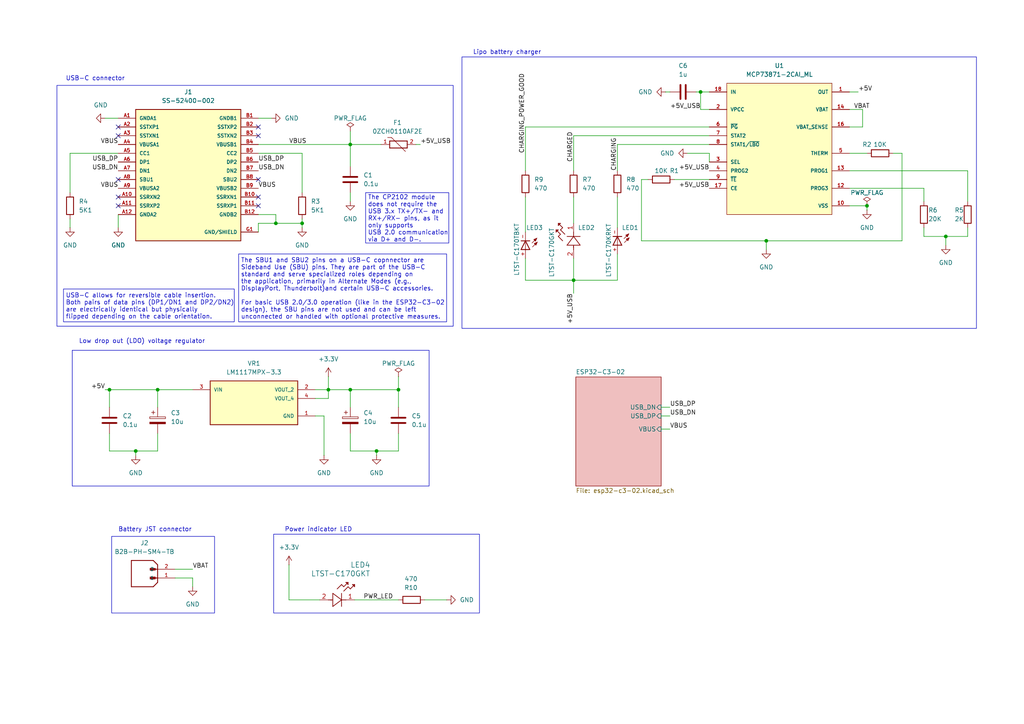
<source format=kicad_sch>
(kicad_sch (version 20250114) (generator "eeschema") (generator_version "9.0")
  (paper "A4")
  (title_block (title "ESP32  sensor board - Root") (date "2026-01-14") (rev "-") (company "Nonexistent Co."))
  (lib_symbols
    (symbol "0ZCH0110AF2E:0ZCH0110AF2E" (pin_names (offset 1.016))
      (property "Reference" "F" (at -2.54 2.54 0))
      (property "Value" "0ZCH0110AF2E" (at -2.54 -5.08 0))
      (symbol "0ZCH0110AF2E_0_0"
        (polyline (pts (xy -2.54 1.016) (xy 2.54 1.016)) (stroke (width 0.254)))
        (polyline (pts (xy -2.54 -1.016) (xy -2.54 1.016)) (stroke (width 0.254)))
        (polyline (pts (xy 2.032 -2.032) (xy -2.032 2.032)) (stroke (width 0.1524)))
        (polyline (pts (xy 2.54 1.016) (xy 2.54 -1.016)) (stroke (width 0.254)))
        (polyline (pts (xy 2.54 -1.016) (xy -2.54 -1.016)) (stroke (width 0.254)))
        (polyline (pts (xy 3.1496 -2.032) (xy 2.032 -2.032)) (stroke (width 0.1524)))
        (pin passive line (at -5.08 0 0) (length 2.54) (name "~") (number "2"))
        (pin passive line (at 5.08 0 180) (length 2.54) (name "~") (number "1"))
      )
    )
    (symbol "B2B-PH-SM4-TB:B2B-PH-SM4-TB" (pin_names (offset 1.016))
      (property "Reference" "J" (at 0 6.35 0))
      (property "Value" "B2B-PH-SM4-TB" (at 0 -5.08 0))
      (symbol "B2B-PH-SM4-TB_0_0"
        (polyline (pts (xy 0 3.81) (xy 0 2.54)) (stroke (width 0.254)))
        (polyline (pts (xy 0 3.81) (xy 1.27 5.08)) (stroke (width 0.254)))
        (polyline (pts (xy 0 2.54) (xy 0 -1.27)) (stroke (width 0.254)))
        (polyline (pts (xy 0 2.54) (xy 1.905 2.54)) (stroke (width 0.254)))
        (polyline (pts (xy 0 0) (xy 1.905 0)) (stroke (width 0.254)))
        (polyline (pts (xy 0 -1.27) (xy 1.27 -2.54)) (stroke (width 0.254)))
        (rectangle (start 0.635 2.2225) (end 2.2225 2.8575) (stroke (width 0.1)) (fill (type outline)))
        (rectangle (start 0.635 -0.3175) (end 2.2225 0.3175) (stroke (width 0.1)) (fill (type outline)))
        (polyline (pts (xy 1.27 -2.54) (xy 7.62 -2.54)) (stroke (width 0.254)))
        (polyline (pts (xy 7.62 5.08) (xy 1.27 5.08)) (stroke (width 0.254)))
        (polyline (pts (xy 7.62 -2.54) (xy 7.62 5.08)) (stroke (width 0.254)))
        (pin passive line (at -5.08 2.54 0) (length 5.08) (name "1") (number "1"))
        (pin passive line (at -5.08 0 0) (length 5.08) (name "2") (number "2"))
      )
    )
    (symbol "Device:C" (pin_numbers (hide yes)) (pin_names (offset 0.254))
      (property "Reference" "C" (at 0.635 2.54 0))
      (property "Value" "C" (at 0.635 -2.54 0))
      (symbol "C_0_1"
        (polyline (pts (xy -2.032 0.762) (xy 2.032 0.762)) (stroke (width 0.508)))
        (polyline (pts (xy -2.032 -0.762) (xy 2.032 -0.762)) (stroke (width 0.508)))
      )
      (symbol "C_1_1"
        (pin passive line (at 0 3.81 270) (length 2.794) (name "~") (number "1"))
        (pin passive line (at 0 -3.81 90) (length 2.794) (name "~") (number "2"))
      )
    )
    (symbol "Device:C_Polarized" (pin_numbers (hide yes)) (pin_names (offset 0.254))
      (property "Reference" "C" (at 0.635 2.54 0))
      (property "Value" "C_Polarized" (at 0.635 -2.54 0))
      (symbol "C_Polarized_0_1"
        (rectangle (start -2.286 0.508) (end 2.286 1.016))
        (polyline (pts (xy -1.778 2.286) (xy -0.762 2.286)))
        (polyline (pts (xy -1.27 2.794) (xy -1.27 1.778)))
        (rectangle (start 2.286 -0.508) (end -2.286 -1.016) (fill (type outline)))
      )
      (symbol "C_Polarized_1_1"
        (pin passive line (at 0 3.81 270) (length 2.794) (name "~") (number "1"))
        (pin passive line (at 0 -3.81 90) (length 2.794) (name "~") (number "2"))
      )
    )
    (symbol "Device:R" (pin_numbers (hide yes)) (pin_names (offset 0))
      (property "Reference" "R" (at 2.032 0 90))
      (property "Value" "R" (at 0 0 90))
      (symbol "R_0_1"
        (rectangle (start -1.016 -2.54) (end 1.016 2.54) (stroke (width 0.254)))
      )
      (symbol "R_1_1"
        (pin passive line (at 0 3.81 270) (length 1.27) (name "~") (number "1"))
        (pin passive line (at 0 -3.81 90) (length 1.27) (name "~") (number "2"))
      )
    )
    (symbol "LM1117MPX-3.3:LM1117MPX-3.3" (pin_names (offset 1.016))
      (property "Reference" "VR1" (at 0 10.16 0))
      (property "Value" "LM1117MPX-3.3" (at 0 7.62 0))
      (symbol "LM1117MPX-3.3_0_0"
        (rectangle (start -12.7 -7.62) (end 12.7 5.08) (stroke (width 0.254)) (fill (type background)))
        (pin input line (at -17.78 2.54 0) (length 5.08) (name "VIN") (number "3"))
        (pin power_in line (at 17.78 -5.08 180) (length 5.08) (name "GND") (number "1"))
      )
      (symbol "LM1117MPX-3.3_1_0"
        (pin input line (at 17.78 2.54 180) (length 5.08) (name "VOUT_2") (number "2"))
        (pin input line (at 17.78 0 180) (length 5.08) (name "VOUT_4") (number "4"))
      )
    )
    (symbol "LTST-C170GKT:LTST-C170GKT" (pin_names (offset 0.254))
      (property "Reference" "LED" (at 5.08 -4.445 0))
      (property "Value" "LTST-C170GKT" (at 5.08 -7.62 0))
      (symbol "LTST-C170GKT_1_1"
        (polyline (pts (xy 2.54 0) (xy 3.4798 0)) (stroke (width 0.2032)))
        (polyline (pts (xy 3.175 0) (xy 3.81 0)) (stroke (width 0.2032)))
        (polyline (pts (xy 3.81 1.905) (xy 3.81 -1.905)) (stroke (width 0.2032)))
        (polyline (pts (xy 3.81 -1.905) (xy 6.35 0)) (stroke (width 0.2032)))
        (polyline (pts (xy 5.08 3.175) (xy 6.35 4.445)) (stroke (width 0.2032)))
        (polyline (pts (xy 6.35 4.445) (xy 6.985 3.81)) (stroke (width 0.2032)))
        (polyline (pts (xy 6.35 0) (xy 3.81 1.905)) (stroke (width 0.2032)))
        (polyline (pts (xy 6.35 0) (xy 7.62 0)) (stroke (width 0.2032)))
        (polyline (pts (xy 6.35 -1.905) (xy 6.35 1.905)) (stroke (width 0.2032)))
        (polyline (pts (xy 6.985 3.81) (xy 8.255 5.08)) (stroke (width 0.2032)))
        (polyline (pts (xy 6.985 2.54) (xy 8.255 3.81)) (stroke (width 0.2032)))
        (polyline (pts (xy 7.62 5.08) (xy 8.255 4.445)) (stroke (width 0.2032)))
        (polyline (pts (xy 8.255 5.08) (xy 7.62 5.08)) (stroke (width 0.2032)))
        (polyline (pts (xy 8.255 4.445) (xy 8.255 5.08)) (stroke (width 0.2032)))
        (polyline (pts (xy 8.255 3.81) (xy 8.89 3.175)) (stroke (width 0.2032)))
        (polyline (pts (xy 8.89 3.175) (xy 10.16 4.445)) (stroke (width 0.2032)))
        (polyline (pts (xy 9.525 4.445) (xy 10.16 3.81)) (stroke (width 0.2032)))
        (polyline (pts (xy 10.16 4.445) (xy 9.525 4.445)) (stroke (width 0.2032)))
        (polyline (pts (xy 10.16 3.81) (xy 10.16 4.445)) (stroke (width 0.2032)))
        (pin unspecified line (at 0 0 0) (length 2.54) (name "") (number "2"))
        (pin unspecified line (at 10.16 0 180) (length 2.54) (name "") (number "1"))
      )
      (symbol "LTST-C170GKT_1_2"
        (polyline (pts (xy -5.08 8.255) (xy -5.08 7.62)) (stroke (width 0.2032)))
        (polyline (pts (xy -5.08 7.62) (xy -4.445 8.255)) (stroke (width 0.2032)))
        (polyline (pts (xy -4.445 10.16) (xy -4.445 9.525)) (stroke (width 0.2032)))
        (polyline (pts (xy -4.445 9.525) (xy -3.81 10.16)) (stroke (width 0.2032)))
        (polyline (pts (xy -4.445 8.255) (xy -5.08 8.255)) (stroke (width 0.2032)))
        (polyline (pts (xy -4.445 6.35) (xy -3.81 6.985)) (stroke (width 0.2032)))
        (polyline (pts (xy -3.81 10.16) (xy -4.445 10.16)) (stroke (width 0.2032)))
        (polyline (pts (xy -3.81 8.255) (xy -3.175 8.89)) (stroke (width 0.2032)))
        (polyline (pts (xy -3.81 6.985) (xy -5.08 8.255)) (stroke (width 0.2032)))
        (polyline (pts (xy -3.175 8.89) (xy -4.445 10.16)) (stroke (width 0.2032)))
        (polyline (pts (xy -3.175 5.08) (xy -4.445 6.35)) (stroke (width 0.2032)))
        (polyline (pts (xy -2.54 6.985) (xy -3.81 8.255)) (stroke (width 0.2032)))
        (polyline (pts (xy -1.905 3.81) (xy 1.905 3.81)) (stroke (width 0.2032)))
        (polyline (pts (xy 0 6.35) (xy -1.905 3.81)) (stroke (width 0.2032)))
        (polyline (pts (xy 0 6.35) (xy 0 7.62)) (stroke (width 0.2032)))
        (polyline (pts (xy 0 3.175) (xy 0 3.81)) (stroke (width 0.2032)))
        (polyline (pts (xy 0 2.54) (xy 0 3.4798)) (stroke (width 0.2032)))
        (polyline (pts (xy 1.905 6.35) (xy -1.905 6.35)) (stroke (width 0.2032)))
        (polyline (pts (xy 1.905 3.81) (xy 0 6.35)) (stroke (width 0.2032)))
        (pin unspecified line (at 0 10.16 270) (length 2.54) (name "") (number "1"))
        (pin unspecified line (at 0 0 90) (length 2.54) (name "") (number "2"))
      )
    )
    (symbol "LTST-C170KRKT:LTST-C170KRKT" (pin_names (offset 1.016))
      (property "Reference" "D" (at -2.0343 4.0686 0))
      (property "Value" "LTST-C170KRKT" (at -2.0325 -5.7164 0))
      (symbol "LTST-C170KRKT_0_0"
        (polyline (pts (xy -0.762 3.302) (xy 0.127 2.921) (xy -0.381 2.413) (xy -0.762 3.302)) (stroke (width 0.1524)) (fill (type outline)))
        (polyline (pts (xy 0 0) (xy 0 1.27)) (stroke (width 0.254)))
        (polyline (pts (xy 0 0) (xy 2.54 1.27)) (stroke (width 0.254)))
        (polyline (pts (xy 0 -1.27) (xy 0 0)) (stroke (width 0.254)))
        (polyline (pts (xy 0.381 3.429) (xy 1.27 3.048) (xy 0.762 2.54) (xy 0.381 3.429)) (stroke (width 0.1524)) (fill (type outline)))
        (polyline (pts (xy 0.635 1.905) (xy -0.762 3.302)) (stroke (width 0.1524)))
        (polyline (pts (xy 1.778 2.032) (xy 0.381 3.429)) (stroke (width 0.1524)))
        (polyline (pts (xy 2.54 0) (xy 0 0)) (stroke (width 0.1524)))
        (polyline (pts (xy 2.54 0) (xy 2.54 1.27)) (stroke (width 0.254)))
        (polyline (pts (xy 2.54 -1.27) (xy 0 0)) (stroke (width 0.254)))
        (polyline (pts (xy 2.54 -1.27) (xy 2.54 0)) (stroke (width 0.254)))
        (pin passive line (at -2.54 0 0) (length 2.54) (name "~") (number "-"))
        (pin passive line (at 5.08 0 180) (length 2.54) (name "~") (number "+"))
      )
    )
    (symbol "LTST-C170TBKT:LTST-C170TBKT" (pin_names (offset 1.016))
      (property "Reference" "D" (at -2.0354 4.0708 0))
      (property "Value" "LTST-C170TBKT" (at -2.0343 -5.7214 0))
      (symbol "LTST-C170TBKT_0_0"
        (polyline (pts (xy -0.762 3.302) (xy 0.127 2.921) (xy -0.381 2.413) (xy -0.762 3.302)) (stroke (width 0.1524)) (fill (type outline)))
        (polyline (pts (xy 0 0) (xy 0 1.27)) (stroke (width 0.254)))
        (polyline (pts (xy 0 0) (xy 2.54 1.27)) (stroke (width 0.254)))
        (polyline (pts (xy 0 -1.27) (xy 0 0)) (stroke (width 0.254)))
        (polyline (pts (xy 0.381 3.429) (xy 1.27 3.048) (xy 0.762 2.54) (xy 0.381 3.429)) (stroke (width 0.1524)) (fill (type outline)))
        (polyline (pts (xy 0.635 1.905) (xy -0.762 3.302)) (stroke (width 0.1524)))
        (polyline (pts (xy 1.778 2.032) (xy 0.381 3.429)) (stroke (width 0.1524)))
        (polyline (pts (xy 2.54 0) (xy 0 0)) (stroke (width 0.1524)))
        (polyline (pts (xy 2.54 0) (xy 2.54 1.27)) (stroke (width 0.254)))
        (polyline (pts (xy 2.54 -1.27) (xy 0 0)) (stroke (width 0.254)))
        (polyline (pts (xy 2.54 -1.27) (xy 2.54 0)) (stroke (width 0.254)))
        (pin passive line (at -2.54 0 0) (length 2.54) (name "~") (number "-"))
        (pin passive line (at 5.08 0 180) (length 2.54) (name "~") (number "+"))
      )
    )
    (symbol "MCP73871-2CAI_ML:MCP73871-2CAI_ML" (pin_names (offset 1.016))
      (property "Reference" "U" (at -15.1679 18.5478 0))
      (property "Value" "MCP73871-2CAI_ML" (at -15.3387 -22.9156 0))
      (symbol "MCP73871-2CAI_ML_0_0"
        (rectangle (start -15.24 -20.32) (end 15.24 17.78) (stroke (width 0.1524)) (fill (type background)))
        (pin input line (at -20.32 15.24 0) (length 5.08) (name "IN") (number "18"))
        (pin input line (at -20.32 15.24 0) (length 5.08) (hide yes) (name "IN") (number "19"))
        (pin input line (at -20.32 10.16 0) (length 5.08) (name "VPCC") (number "2"))
        (pin output line (at -20.32 5.08 0) (length 5.08) (name "~{PG}") (number "6"))
        (pin output line (at -20.32 2.54 0) (length 5.08) (name "STAT2") (number "7"))
        (pin output line (at -20.32 0 0) (length 5.08) (name "STAT1/~{LBO}") (number "8"))
        (pin input line (at -20.32 -5.08 0) (length 5.08) (name "SEL") (number "3"))
        (pin input line (at -20.32 -7.62 0) (length 5.08) (name "PROG2") (number "4"))
        (pin input line (at -20.32 -10.16 0) (length 5.08) (name "~{TE}") (number "9"))
        (pin input line (at -20.32 -12.7 0) (length 5.08) (name "CE") (number "17"))
        (pin output line (at 20.32 15.24 180) (length 5.08) (name "OUT") (number "1"))
        (pin output line (at 20.32 15.24 180) (length 5.08) (hide yes) (name "OUT") (number "20"))
        (pin bidirectional line (at 20.32 10.16 180) (length 5.08) (name "VBAT") (number "14"))
        (pin bidirectional line (at 20.32 10.16 180) (length 5.08) (hide yes) (name "VBAT") (number "15"))
        (pin bidirectional line (at 20.32 5.08 180) (length 5.08) (name "VBAT_SENSE") (number "16"))
        (pin bidirectional line (at 20.32 -2.54 180) (length 5.08) (name "THERM") (number "5"))
        (pin bidirectional line (at 20.32 -7.62 180) (length 5.08) (name "PROG1") (number "13"))
        (pin bidirectional line (at 20.32 -12.7 180) (length 5.08) (name "PROG3") (number "12"))
        (pin power_in line (at 20.32 -17.78 180) (length 5.08) (name "VSS") (number "10"))
        (pin power_in line (at 20.32 -17.78 180) (length 5.08) (hide yes) (name "VSS") (number "11"))
        (pin power_in line (at 20.32 -17.78 180) (length 5.08) (hide yes) (name "VSS") (number "21"))
      )
    )
    (symbol "SS-52400-002:SS-52400-002" (pin_names (offset 1.016))
      (property "Reference" "J" (at -15.24 19.05 0))
      (property "Value" "SS-52400-002" (at -15.24 -22.86 0))
      (symbol "SS-52400-002_0_0"
        (rectangle (start -15.24 -20.32) (end 15.24 17.78) (stroke (width 0.254)) (fill (type background)))
        (pin power_in line (at -20.32 15.24 0) (length 5.08) (name "GNDA1") (number "A1"))
        (pin bidirectional line (at -20.32 12.7 0) (length 5.08) (name "SSTXP1") (number "A2"))
        (pin bidirectional line (at -20.32 10.16 0) (length 5.08) (name "SSTXN1") (number "A3"))
        (pin power_in line (at -20.32 7.62 0) (length 5.08) (name "VBUSA1") (number "A4"))
        (pin bidirectional line (at -20.32 5.08 0) (length 5.08) (name "CC1") (number "A5"))
        (pin bidirectional line (at -20.32 2.54 0) (length 5.08) (name "DP1") (number "A6"))
        (pin bidirectional line (at -20.32 0 0) (length 5.08) (name "DN1") (number "A7"))
        (pin bidirectional line (at -20.32 -2.54 0) (length 5.08) (name "SBU1") (number "A8"))
        (pin power_in line (at -20.32 -5.08 0) (length 5.08) (name "VBUSA2") (number "A9"))
        (pin bidirectional line (at -20.32 -7.62 0) (length 5.08) (name "SSRXN2") (number "A10"))
        (pin bidirectional line (at -20.32 -10.16 0) (length 5.08) (name "SSRXP2") (number "A11"))
        (pin power_in line (at -20.32 -12.7 0) (length 5.08) (name "GNDA2") (number "A12"))
        (pin power_in line (at 20.32 15.24 180) (length 5.08) (name "GNDB1") (number "B1"))
        (pin bidirectional line (at 20.32 12.7 180) (length 5.08) (name "SSTXP2") (number "B2"))
        (pin bidirectional line (at 20.32 10.16 180) (length 5.08) (name "SSTXN2") (number "B3"))
        (pin power_in line (at 20.32 7.62 180) (length 5.08) (name "VBUSB1") (number "B4"))
        (pin bidirectional line (at 20.32 5.08 180) (length 5.08) (name "CC2") (number "B5"))
        (pin bidirectional line (at 20.32 2.54 180) (length 5.08) (name "DP2") (number "B6"))
        (pin bidirectional line (at 20.32 0 180) (length 5.08) (name "DN2") (number "B7"))
        (pin bidirectional line (at 20.32 -2.54 180) (length 5.08) (name "SBU2") (number "B8"))
        (pin power_in line (at 20.32 -5.08 180) (length 5.08) (name "VBUSB2") (number "B9"))
        (pin bidirectional line (at 20.32 -7.62 180) (length 5.08) (name "SSRXN1") (number "B10"))
        (pin bidirectional line (at 20.32 -10.16 180) (length 5.08) (name "SSRXP1") (number "B11"))
        (pin power_in line (at 20.32 -12.7 180) (length 5.08) (name "GNDB2") (number "B12"))
        (pin power_in line (at 20.32 -17.78 180) (length 5.08) (name "GND/SHIELD") (number "G1"))
        (pin power_in line (at 20.32 -17.78 180) (length 5.08) (hide yes) (name "GND/SHIELD") (number "G2"))
        (pin power_in line (at 20.32 -17.78 180) (length 5.08) (hide yes) (name "GND/SHIELD") (number "G3"))
        (pin power_in line (at 20.32 -17.78 180) (length 5.08) (hide yes) (name "GND/SHIELD") (number "G4"))
        (pin power_in line (at 20.32 -17.78 180) (length 5.08) (hide yes) (name "GND/SHIELD") (number "S1"))
        (pin power_in line (at 20.32 -17.78 180) (length 5.08) (hide yes) (name "GND/SHIELD") (number "S2"))
        (pin power_in line (at 20.32 -17.78 180) (length 5.08) (hide yes) (name "GND/SHIELD") (number "S3"))
        (pin power_in line (at 20.32 -17.78 180) (length 5.08) (hide yes) (name "GND/SHIELD") (number "S4"))
      )
    )
    (symbol "power:+3.3V" (power) (pin_numbers (hide yes)) (pin_names (offset 0) (hide yes))
      (property "Value" "+3.3V" (at 0 3.556 0))
      (symbol "+3.3V_0_1"
        (polyline (pts (xy -0.762 1.27) (xy 0 2.54)))
        (polyline (pts (xy 0 2.54) (xy 0.762 1.27)))
        (polyline (pts (xy 0 0) (xy 0 2.54)))
      )
      (symbol "+3.3V_1_1"
        (pin power_in line (at 0 0 90) (length 0) (name "~") (number "1"))
      )
    )
    (symbol "power:GND" (power) (pin_numbers (hide yes)) (pin_names (offset 0) (hide yes))
      (property "Value" "GND" (at 0 -3.81 0))
      (symbol "GND_0_1"
        (polyline (pts (xy 0 0) (xy 0 -1.27) (xy 1.27 -1.27) (xy 0 -2.54) (xy -1.27 -1.27) (xy 0 -1.27)))
      )
      (symbol "GND_1_1"
        (pin power_in line (at 0 0 270) (length 0) (name "~") (number "1"))
      )
    )
    (symbol "power:PWR_FLAG" (power) (pin_numbers (hide yes)) (pin_names (offset 0) (hide yes))
      (property "Value" "PWR_FLAG" (at 0 3.81 0))
      (symbol "PWR_FLAG_0_0"
        (pin power_out line (at 0 0 90) (length 0) (name "~") (number "1"))
      )
      (symbol "PWR_FLAG_0_1"
        (polyline (pts (xy 0 0) (xy 0 1.27) (xy -1.016 1.905) (xy 0 2.54) (xy 1.016 1.905) (xy 0 1.27)))
      )
    )
  )
  (rectangle (start 106.045 55.88) (end 130.175 70.485))
  (rectangle (start 18.415 83.82) (end 67.945 93.345))
  (rectangle (start 32.385 155.575) (end 62.23 177.8))
  (rectangle (start 20.955 101.6) (end 124.46 140.97))
  (rectangle (start 133.985 16.51) (end 283.21 95.25))
  (rectangle (start 69.215 73.66) (end 129.54 93.345))
  (rectangle (start 16.51 24.765) (end 131.445 94.615))
  (rectangle (start 79.375 154.94) (end 139.065 177.8))
  (text "Battery JST connector" (at 34.29 153.67 0) (effects (font (size 1.27 1.27)) (justify left)))
  (text "Lipo battery charger" (at 137.16 15.24 0) (effects (font (size 1.27 1.27)) (justify left)))
  (text "The CP2102 module \ndoes not require the \nUSB 3.x TX+/TX- and \nRX+/RX- pins, as it\nonly supports \nUSB 2.0 communication\nvia D+ and D-." (at 106.68 63.5 0) (effects (font (size 1.27 1.27)) (justify left)))
  (text "Low drop out (LDO) voltage regulator" (at 22.86 99.06 0) (effects (font (size 1.27 1.27)) (justify left)))
  (text "The SBU1 and SBU2 pins on a USB-C copnnector are \nSideband Use (SBU) pins. They are part of the USB-C\nstandard and serve specialized roles depending on \nthe application, primarily in Alternate Modes (e.g.,\nDisplayPort, Thunderbolt)and certain USB-C accessories.\n\nFor basic USB 2.0/3.0 operation (like in the ESP32-C3-02\ndesign), the SBU pins are not used and can be left \nunconnected or handled with optional protective measures." (at 69.85 83.82 0) (effects (font (size 1.27 1.27)) (justify left)))
  (text "USB-C connector" (at 19.05 22.86 0) (effects (font (size 1.27 1.27)) (justify left)))
  (text "Power indicator LED" (at 82.55 153.67 0) (effects (font (size 1.27 1.27)) (justify left)))
  (text "USB-C allows for reversible cable insertion. \nBoth pairs of data pins (DP1/DN1 and DP2/DN2) \nare electrically identical but physically \nflipped depending on the cable orientation." (at 19.05 88.9 0) (effects (font (size 1.27 1.27)) (justify left)))
  (junction (at 274.32 68.58))
  (junction (at 115.57 113.03))
  (junction (at 101.6 113.03))
  (junction (at 203.2 26.67))
  (junction (at 39.37 130.81))
  (junction (at 80.01 64.77))
  (junction (at 109.22 130.81))
  (junction (at 101.6 41.91))
  (junction (at 222.25 69.85))
  (junction (at 87.63 64.77))
  (junction (at 166.37 81.28))
  (junction (at 95.25 113.03))
  (junction (at 251.46 59.69))
  (junction (at 31.75 113.03))
  (junction (at 45.72 113.03))
  (no_connect (at 74.93 52.07))
  (no_connect (at 74.93 39.37))
  (no_connect (at 34.29 36.83))
  (no_connect (at 34.29 39.37))
  (no_connect (at 34.29 59.69))
  (no_connect (at 74.93 36.83))
  (no_connect (at 74.93 57.15))
  (no_connect (at 34.29 57.15))
  (no_connect (at 34.29 52.07))
  (no_connect (at 74.93 59.69))
  (wire (pts (xy 246.38 31.75) (xy 250.19 31.75)))
  (wire (pts (xy 152.4 57.15) (xy 152.4 67.31)))
  (wire (pts (xy 246.38 26.67) (xy 248.92 26.67)))
  (wire (pts (xy 45.72 113.03) (xy 31.75 113.03)))
  (wire (pts (xy 91.44 115.57) (xy 95.25 115.57)))
  (wire (pts (xy 251.46 59.69) (xy 246.38 59.69)))
  (wire (pts (xy 31.75 125.73) (xy 31.75 130.81)))
  (wire (pts (xy 109.22 132.08) (xy 109.22 130.81)))
  (wire (pts (xy 80.01 62.23) (xy 74.93 62.23)))
  (wire (pts (xy 205.74 46.99) (xy 205.74 44.45)))
  (wire (pts (xy 115.57 125.73) (xy 115.57 130.81)))
  (wire (pts (xy 95.25 109.22) (xy 95.25 113.03)))
  (wire (pts (xy 166.37 49.53) (xy 166.37 39.37)))
  (wire (pts (xy 193.04 26.67) (xy 194.31 26.67)))
  (wire (pts (xy 166.37 81.28) (xy 179.07 81.28)))
  (wire (pts (xy 152.4 81.28) (xy 166.37 81.28)))
  (wire (pts (xy 274.32 71.12) (xy 274.32 68.58)))
  (wire (pts (xy 91.44 113.03) (xy 95.25 113.03)))
  (wire (pts (xy 152.4 36.83) (xy 205.74 36.83)))
  (wire (pts (xy 246.38 54.61) (xy 267.97 54.61)))
  (wire (pts (xy 191.77 124.46) (xy 194.31 124.46)))
  (wire (pts (xy 115.57 118.11) (xy 115.57 113.03)))
  (wire (pts (xy 191.77 118.11) (xy 194.31 118.11)))
  (wire (pts (xy 259.08 44.45) (xy 261.62 44.45)))
  (wire (pts (xy 74.93 64.77) (xy 80.01 64.77)))
  (wire (pts (xy 267.97 68.58) (xy 267.97 66.04)))
  (wire (pts (xy 115.57 130.81) (xy 109.22 130.81)))
  (wire (pts (xy 267.97 68.58) (xy 274.32 68.58)))
  (wire (pts (xy 55.88 167.64) (xy 50.8 167.64)))
  (wire (pts (xy 55.88 170.18) (xy 55.88 167.64)))
  (wire (pts (xy 20.32 44.45) (xy 34.29 44.45)))
  (wire (pts (xy 205.74 44.45) (xy 199.39 44.45)))
  (wire (pts (xy 186.055 52.07) (xy 187.96 52.07)))
  (wire (pts (xy 74.93 34.29) (xy 78.74 34.29)))
  (wire (pts (xy 251.46 60.96) (xy 251.46 59.69)))
  (wire (pts (xy 120.65 41.91) (xy 121.92 41.91)))
  (wire (pts (xy 101.6 38.1) (xy 101.6 41.91)))
  (wire (pts (xy 93.98 132.08) (xy 93.98 120.65)))
  (wire (pts (xy 101.6 130.81) (xy 109.22 130.81)))
  (wire (pts (xy 179.07 73.66) (xy 179.07 81.28)))
  (wire (pts (xy 95.25 115.57) (xy 95.25 113.03)))
  (wire (pts (xy 30.48 34.29) (xy 34.29 34.29)))
  (wire (pts (xy 179.07 57.15) (xy 179.07 66.04)))
  (wire (pts (xy 101.6 113.03) (xy 115.57 113.03)))
  (wire (pts (xy 87.63 55.88) (xy 87.63 44.45)))
  (wire (pts (xy 55.88 113.03) (xy 45.72 113.03)))
  (wire (pts (xy 83.82 163.83) (xy 83.82 173.99)))
  (wire (pts (xy 101.6 118.11) (xy 101.6 113.03)))
  (wire (pts (xy 31.75 113.03) (xy 31.75 118.11)))
  (wire (pts (xy 186.055 69.85) (xy 186.055 52.07)))
  (wire (pts (xy 83.82 173.99) (xy 92.71 173.99)))
  (wire (pts (xy 261.62 44.45) (xy 261.62 69.85)))
  (wire (pts (xy 205.74 31.75) (xy 203.2 31.75)))
  (wire (pts (xy 280.67 49.53) (xy 246.38 49.53)))
  (wire (pts (xy 87.63 64.77) (xy 87.63 63.5)))
  (wire (pts (xy 123.19 173.99) (xy 129.54 173.99)))
  (wire (pts (xy 267.97 58.42) (xy 267.97 54.61)))
  (wire (pts (xy 222.25 69.85) (xy 186.055 69.85)))
  (wire (pts (xy 45.72 130.81) (xy 39.37 130.81)))
  (wire (pts (xy 195.58 52.07) (xy 205.74 52.07)))
  (wire (pts (xy 45.72 125.73) (xy 45.72 130.81)))
  (wire (pts (xy 274.32 68.58) (xy 280.67 68.58)))
  (wire (pts (xy 222.25 72.39) (xy 222.25 69.85)))
  (wire (pts (xy 102.87 173.99) (xy 115.57 173.99)))
  (wire (pts (xy 101.6 41.91) (xy 101.6 48.26)))
  (wire (pts (xy 152.4 81.28) (xy 152.4 74.93)))
  (wire (pts (xy 246.38 44.45) (xy 251.46 44.45)))
  (wire (pts (xy 101.6 113.03) (xy 95.25 113.03)))
  (wire (pts (xy 20.32 55.88) (xy 20.32 44.45)))
  (wire (pts (xy 250.19 31.75) (xy 250.19 36.83)))
  (wire (pts (xy 74.93 41.91) (xy 101.6 41.91)))
  (wire (pts (xy 179.07 49.53) (xy 179.07 41.91)))
  (wire (pts (xy 45.72 113.03) (xy 45.72 118.11)))
  (wire (pts (xy 39.37 132.08) (xy 39.37 130.81)))
  (wire (pts (xy 203.2 26.67) (xy 205.74 26.67)))
  (wire (pts (xy 80.01 62.23) (xy 80.01 64.77)))
  (wire (pts (xy 166.37 39.37) (xy 205.74 39.37)))
  (wire (pts (xy 191.77 120.65) (xy 194.31 120.65)))
  (wire (pts (xy 166.37 74.93) (xy 166.37 81.28)))
  (wire (pts (xy 87.63 44.45) (xy 74.93 44.45)))
  (wire (pts (xy 50.8 165.1) (xy 55.88 165.1)))
  (wire (pts (xy 34.29 62.23) (xy 34.29 66.04)))
  (wire (pts (xy 250.19 36.83) (xy 246.38 36.83)))
  (wire (pts (xy 101.6 41.91) (xy 110.49 41.91)))
  (wire (pts (xy 93.98 120.65) (xy 91.44 120.65)))
  (wire (pts (xy 203.2 31.75) (xy 203.2 26.67)))
  (wire (pts (xy 101.6 55.88) (xy 101.6 58.42)))
  (wire (pts (xy 115.57 109.22) (xy 115.57 113.03)))
  (wire (pts (xy 101.6 125.73) (xy 101.6 130.81)))
  (wire (pts (xy 152.4 36.83) (xy 152.4 49.53)))
  (wire (pts (xy 80.01 64.77) (xy 87.63 64.77)))
  (wire (pts (xy 280.67 68.58) (xy 280.67 66.04)))
  (wire (pts (xy 179.07 41.91) (xy 205.74 41.91)))
  (wire (pts (xy 30.48 113.03) (xy 31.75 113.03)))
  (wire (pts (xy 87.63 66.04) (xy 87.63 64.77)))
  (wire (pts (xy 20.32 66.04) (xy 20.32 63.5)))
  (wire (pts (xy 74.93 67.31) (xy 74.93 64.77)))
  (wire (pts (xy 261.62 69.85) (xy 222.25 69.85)))
  (wire (pts (xy 201.93 26.67) (xy 203.2 26.67)))
  (wire (pts (xy 166.37 81.28) (xy 166.37 85.09)))
  (wire (pts (xy 280.67 58.42) (xy 280.67 49.53)))
  (wire (pts (xy 166.37 57.15) (xy 166.37 64.77)))
  (wire (pts (xy 31.75 130.81) (xy 39.37 130.81)))
  (label "VBUS" (at 83.82 41.91 0))
  (label "+5V_USB" (at 121.92 41.91 0))
  (label "VBUS" (at 34.29 54.61 180))
  (label "USB_DP" (at 194.31 118.11 0))
  (label "USB_DN" (at 194.31 120.65 0))
  (label "VBUS" (at 194.31 124.46 0))
  (label "CHARGING" (at 179.07 49.53 90))
  (label "+5V" (at 30.48 113.03 180))
  (label "+5V_USB" (at 203.2 31.75 180))
  (label "VBAT" (at 55.88 165.1 0))
  (label "USB_DN" (at 74.93 49.53 0))
  (label "VBAT" (at 247.65 31.75 0))
  (label "+5V_USB" (at 205.74 54.61 180))
  (label "+5V_USB" (at 205.74 49.53 180))
  (label "CHARGING_POWER_GOOD" (at 152.4 44.45 90))
  (label "VBUS" (at 34.29 41.91 180))
  (label "USB_DN" (at 34.29 49.53 180))
  (label "VBUS" (at 74.93 54.61 0))
  (label "USB_DP" (at 74.93 46.99 0))
  (label "PWR_LED" (at 105.41 173.99 0))
  (label "+5V_USB" (at 166.37 85.09 270))
  (label "+5V" (at 248.92 26.67 0))
  (label "CHARGED" (at 166.37 46.99 90))
  (label "USB_DP" (at 34.29 46.99 180))
  (symbol (lib_id "Device:R") (at 267.97 62.23 180) (unit 1)
    (property "Reference" "R6" (at 269.24 60.96 0) (effects (justify right)))
    (property "Value" "20K" (at 269.24 63.5 0) (effects (justify right)))
    (property "Footprint" "Resistor_SMD:R_0805_2012Metric" (effects (hide yes)))
    (property "Description" "Resistor" (effects (hide yes)))
  )
  (symbol (lib_id "power:PWR_FLAG") (at 251.46 59.69 0) (unit 1)
    (property "Reference" "#FLG01" (effects (hide yes)))
    (property "Value" "PWR_FLAG" (at 251.46 55.88 0))
    (property "Description" "Special symbol for telling ERC where power comes from" (effects (hide yes)))
  )
  (symbol (lib_id "SS-52400-002:SS-52400-002") (at 54.61 49.53 0) (unit 1)
    (property "Reference" "J1" (at 54.61 26.67 0))
    (property "Value" "SS-52400-002" (at 54.61 29.21 0))
    (property "Footprint" "ESP32_demo_project:SS-52400-002" (effects (hide yes)))
    (property "MF" "Stewart Connector" (effects (hide yes)))
    (property "MAXIMUM_PACKAGE_HEIGHT" "2.96 mm" (effects (hide yes)))
    (property "Package" "None" (effects (hide yes)))
    (property "Price" "None" (effects (hide yes)))
    (property "Check_prices" "https://www.snapeda.com/parts/SS-52400-002/Stewart+Connector/view-part/?ref=eda" (effects (hide yes)))
    (property "STANDARD" "Manufacturer Recommendations" (effects (hide yes)))
    (property "PARTREV" "A0" (effects (hide yes)))
    (property "SnapEDA_Link" "https://www.snapeda.com/parts/SS-52400-002/Stewart+Connector/view-part/?ref=snap" (effects (hide yes)))
    (property "MP" "SS-52400-002" (effects (hide yes)))
    (property "Purchase-URL" "https://www.snapeda.com/api/url_track_click_mouser/?unipart_id=4629247&manufacturer=Stewart Connector&part_name=SS-52400-002&search_term=ss-52400-002" (effects (hide yes)))
    (property "Description_1" "USB Type-C Connector | USB 3.1 | 1 Port | Right Angle Receptacle | Shielded | 0.039 in (1.00mm) PCB Thickness" (effects (hide yes)))
    (property "Availability" "In Stock" (effects (hide yes)))
    (property "MANUFACTURER" "BelFuse" (effects (hide yes)))
  )
  (symbol (lib_id "power:+3.3V") (at 95.25 109.22 0) (unit 1)
    (property "Reference" "#PWR012" (effects (hide yes)))
    (property "Value" "+3.3V" (at 95.25 104.14 0))
    (property "Description" "Power symbol creates a global label with name \"+3.3V\"" (effects (hide yes)))
  )
  (symbol (lib_id "power:GND") (at 34.29 66.04 0) (unit 1)
    (property "Reference" "#PWR05" (effects (hide yes)))
    (property "Value" "GND" (at 34.29 71.12 0))
    (property "Description" "Power symbol creates a global label with name \"GND\" , ground" (effects (hide yes)))
  )
  (symbol (lib_id "power:GND") (at 101.6 58.42 0) (unit 1)
    (property "Reference" "#PWR08" (effects (hide yes)))
    (property "Value" "GND" (at 101.6 63.5 0))
    (property "Description" "Power symbol creates a global label with name \"GND\" , ground" (effects (hide yes)))
  )
  (symbol (lib_id "LTST-C170GKT:LTST-C170GKT") (at 166.37 74.93 90) (unit 1)
    (property "Reference" "LED2" (at 167.64 66.04 90) (effects (justify right)))
    (property "Value" "LTST-C170GKT" (at 160.02 66.04 0) (effects (justify right)))
    (property "Datasheet" "LTST-C170GKT" (effects (hide yes)))
  )
  (symbol (lib_id "power:GND") (at 39.37 132.08 0) (unit 1)
    (property "Reference" "#PWR011" (effects (hide yes)))
    (property "Value" "GND" (at 39.37 137.16 0))
    (property "Description" "Power symbol creates a global label with name \"GND\" , ground" (effects (hide yes)))
  )
  (symbol (lib_id "Device:C") (at 198.12 26.67 90) (unit 1)
    (property "Reference" "C6" (at 198.12 19.05 90))
    (property "Value" "1u" (at 198.12 21.59 90))
    (property "Footprint" "Capacitor_SMD:C_0805_2012Metric" (effects (hide yes)))
    (property "Description" "Unpolarized capacitor" (effects (hide yes)))
  )
  (symbol (lib_id "power:GND") (at 193.04 26.67 270) (unit 1)
    (property "Reference" "#PWR010" (effects (hide yes)))
    (property "Value" "GND" (at 189.23 26.6699 90) (effects (justify right)))
    (property "Description" "Power symbol creates a global label with name \"GND\" , ground" (effects (hide yes)))
  )
  (symbol (lib_id "Device:R") (at 166.37 53.34 180) (unit 1)
    (property "Reference" "R7" (at 168.91 52.0699 0) (effects (justify right)))
    (property "Value" "470" (at 168.91 54.6099 0) (effects (justify right)))
    (property "Footprint" "Resistor_SMD:R_0805_2012Metric" (effects (hide yes)))
    (property "Description" "Resistor" (effects (hide yes)))
  )
  (symbol (lib_id "power:PWR_FLAG") (at 115.57 109.22 0) (unit 1)
    (property "Reference" "#FLG02" (effects (hide yes)))
    (property "Value" "PWR_FLAG" (at 115.57 105.41 0))
    (property "Description" "Special symbol for telling ERC where power comes from" (effects (hide yes)))
  )
  (symbol (lib_id "power:PWR_FLAG") (at 101.6 38.1 0) (unit 1)
    (property "Reference" "#FLG03" (effects (hide yes)))
    (property "Value" "PWR_FLAG" (at 101.6 34.29 0))
    (property "Description" "Special symbol for telling ERC where power comes from" (effects (hide yes)))
  )
  (symbol (lib_id "power:GND") (at 129.54 173.99 90) (unit 1)
    (property "Reference" "#PWR018" (effects (hide yes)))
    (property "Value" "GND" (at 133.35 173.9899 90) (effects (justify right)))
    (property "Description" "Power symbol creates a global label with name \"GND\" , ground" (effects (hide yes)))
  )
  (symbol (lib_id "LTST-C170GKT:LTST-C170GKT") (at 92.71 173.99 0) (unit 1)
    (property "Reference" "LED4" (at 101.6 163.83 0) (effects (font (size 1.524 1.524)) (justify left)))
    (property "Value" "LTST-C170GKT" (at 90.17 166.37 0) (effects (font (size 1.524 1.524)) (justify left)))
    (property "Datasheet" "LTST-C170GKT" (effects (hide yes)))
  )
  (symbol (lib_id "Device:C") (at 115.57 121.92 0) (unit 1)
    (property "Reference" "C5" (at 119.38 120.6499 0) (effects (justify left)))
    (property "Value" "0.1u" (at 119.38 123.1899 0) (effects (justify left)))
    (property "Footprint" "Capacitor_SMD:C_0805_2012Metric" (effects (hide yes)))
    (property "Description" "Unpolarized capacitor" (effects (hide yes)))
  )
  (symbol (lib_id "Device:R") (at 191.77 52.07 270) (unit 1)
    (property "Reference" "R1" (at 195.58 49.53 90))
    (property "Value" "10K" (at 191.77 49.53 90))
    (property "Footprint" "Resistor_SMD:R_0805_2012Metric" (effects (hide yes)))
    (property "Description" "Resistor" (effects (hide yes)))
  )
  (symbol (lib_id "Device:R") (at 152.4 53.34 180) (unit 1)
    (property "Reference" "R9" (at 154.94 52.0699 0) (effects (justify right)))
    (property "Value" "470" (at 154.94 54.6099 0) (effects (justify right)))
    (property "Footprint" "Resistor_SMD:R_0805_2012Metric" (effects (hide yes)))
    (property "Description" "Resistor" (effects (hide yes)))
  )
  (symbol (lib_id "Device:R") (at 119.38 173.99 270) (unit 1)
    (property "Reference" "R10" (at 121.15 170.4501 90) (effects (justify right)))
    (property "Value" "470" (at 121.15 167.9101 90) (effects (justify right)))
    (property "Footprint" "Resistor_SMD:R_0805_2012Metric" (effects (hide yes)))
    (property "Description" "Resistor" (effects (hide yes)))
  )
  (symbol (lib_id "Device:C") (at 31.75 121.92 0) (unit 1)
    (property "Reference" "C2" (at 35.56 120.6499 0) (effects (justify left)))
    (property "Value" "0.1u" (at 35.56 123.1899 0) (effects (justify left)))
    (property "Footprint" "Capacitor_SMD:C_0805_2012Metric" (effects (hide yes)))
    (property "Description" "Unpolarized capacitor" (effects (hide yes)))
  )
  (symbol (lib_id "LTST-C170TBKT:LTST-C170TBKT") (at 152.4 69.85 270) (unit 1)
    (property "Reference" "LED3" (at 157.48 66.04 90) (effects (justify right)))
    (property "Value" "LTST-C170TBKT" (at 149.86 80.01 0) (effects (justify right)))
    (property "Footprint" "LTST-C170TBKT:DIOC200X125X110" (effects (hide yes)))
    (property "MF" "Lite-On Inc." (effects (hide yes)))
    (property "Description_1" "Blue 470nm LED Indication - Discrete 3.3V 0805 (2012 Metric)" (effects (hide yes)))
    (property "Package" "0805 Lite-On" (effects (hide yes)))
    (property "Price" "None" (effects (hide yes)))
    (property "Check_prices" "https://www.snapeda.com/parts/LTST-C170TBKT/Lite-On/view-part/?ref=eda" (effects (hide yes)))
    (property "SnapEDA_Link" "https://www.snapeda.com/parts/LTST-C170TBKT/Lite-On/view-part/?ref=snap" (effects (hide yes)))
    (property "MP" "LTST-C170TBKT" (effects (hide yes)))
    (property "Availability" "In Stock" (effects (hide yes)))
    (property "MANUFACTURER" "LiteOn" (effects (hide yes)))
  )
  (symbol (lib_id "0ZCH0110AF2E:0ZCH0110AF2E") (at 115.57 41.91 180) (unit 1)
    (property "Reference" "F1" (at 115.2906 35.56 0))
    (property "Value" "0ZCH0110AF2E" (at 115.2906 38.1 0))
    (property "Footprint" "ESP32_demo_project:0ZCH0110AF2E" (effects (hide yes)))
    (property "MF" "Bel Fuse Inc." (effects (hide yes)))
    (property "MAXIMUM_PACKAGE_HEIGHT" "1.0mm" (effects (hide yes)))
    (property "CREATOR" "ANA" (effects (hide yes)))
    (property "Price" "None" (effects (hide yes)))
    (property "Package" "None" (effects (hide yes)))
    (property "Check_prices" "https://www.snapeda.com/parts/0ZCH0110AF2E/Bel+Circuit+Protection/view-part/?ref=eda" (effects (hide yes)))
    (property "STANDARD" "IPC-7351B" (effects (hide yes)))
    (property "PARTREV" "Apr2023" (effects (hide yes)))
    (property "SnapEDA_Link" "https://www.snapeda.com/parts/0ZCH0110AF2E/Bel+Circuit+Protection/view-part/?ref=snap" (effects (hide yes)))
    (property "MP" "0ZCH0110AF2E" (effects (hide yes)))
    (property "Description_1" "1210 SMT PPTC | 1.10 Ih | 16V" (effects (hide yes)))
    (property "Availability" "In Stock" (effects (hide yes)))
    (property "MANUFACTURER" "Bel Fuse Inc." (effects (hide yes)))
  )
  (symbol (lib_id "power:GND") (at 274.32 71.12 0) (unit 1)
    (property "Reference" "#PWR02" (effects (hide yes)))
    (property "Value" "GND" (at 274.32 76.2 0))
    (property "Description" "Power symbol creates a global label with name \"GND\" , ground" (effects (hide yes)))
  )
  (symbol (lib_id "power:GND") (at 199.39 44.45 270) (unit 1)
    (property "Reference" "#PWR054" (effects (hide yes)))
    (property "Value" "GND" (at 195.58 44.4499 90) (effects (justify right)))
    (property "Description" "Power symbol creates a global label with name \"GND\" , ground" (effects (hide yes)))
  )
  (symbol (lib_id "power:GND") (at 20.32 66.04 0) (unit 1)
    (property "Reference" "#PWR04" (effects (hide yes)))
    (property "Value" "GND" (at 20.32 71.12 0))
    (property "Description" "Power symbol creates a global label with name \"GND\" , ground" (effects (hide yes)))
  )
  (symbol (lib_id "Device:C") (at 101.6 52.07 0) (unit 1)
    (property "Reference" "C1" (at 105.41 50.7999 0) (effects (justify left)))
    (property "Value" "0.1u" (at 105.41 53.3399 0) (effects (justify left)))
    (property "Footprint" "Capacitor_SMD:C_0805_2012Metric" (effects (hide yes)))
    (property "Description" "Unpolarized capacitor" (effects (hide yes)))
  )
  (symbol (lib_id "power:GND") (at 78.74 34.29 90) (unit 1)
    (property "Reference" "#PWR07" (effects (hide yes)))
    (property "Value" "GND" (at 82.55 34.2899 90) (effects (justify right)))
    (property "Description" "Power symbol creates a global label with name \"GND\" , ground" (effects (hide yes)))
  )
  (symbol (lib_id "power:GND") (at 109.22 132.08 0) (unit 1)
    (property "Reference" "#PWR013" (effects (hide yes)))
    (property "Value" "GND" (at 109.22 137.16 0))
    (property "Description" "Power symbol creates a global label with name \"GND\" , ground" (effects (hide yes)))
  )
  (symbol (lib_id "MCP73871-2CAI_ML:MCP73871-2CAI_ML") (at 226.06 41.91 0) (unit 1)
    (property "Reference" "U1" (at 226.06 19.05 0))
    (property "Value" "MCP73871-2CAI_ML" (at 226.06 21.59 0))
    (property "Footprint" "MCP73871-2CAI_ML:QFN50P400X400X100-21N" (effects (hide yes)))
    (property "MF" "Microchip Technology" (effects (hide yes)))
    (property "SNAPEDA_PACKAGE_ID" "22102" (effects (hide yes)))
    (property "Package" "QFN-20 Microchip" (effects (hide yes)))
    (property "Price" "None" (effects (hide yes)))
    (property "Check_prices" "https://www.snapeda.com/parts/MCP73871-2CAI/ML/Microchip+Technology/view-part/?ref=eda" (effects (hide yes)))
    (property "STANDARD" "IPC-7351B" (effects (hide yes)))
    (property "PARTREV" "D" (effects (hide yes)))
    (property "SnapEDA_Link" "https://www.snapeda.com/parts/MCP73871-2CAI/ML/Microchip+Technology/view-part/?ref=snap" (effects (hide yes)))
    (property "MP" "MCP73871-2CAI/ML" (effects (hide yes)))
    (property "Purchase-URL" "https://www.snapeda.com/api/url_track_click_mouser/?unipart_id=5509462&manufacturer=Microchip Technology&part_name=MCP73871-2CAI/ML&search_term=mcp73871-2cai-ml" (effects (hide yes)))
    (property "Description_1" "Microchip MCP73871-2CAI/ML, Battery Charge Controller, 1000mA, 20-Pin QFN | Microchip Technology Inc. MCP73871-2CAI/ML" (effects (hide yes)))
    (property "Availability" "In Stock" (effects (hide yes)))
    (property "MANUFACTURER" "Microchip Corp." (effects (hide yes)))
  )
  (symbol (lib_id "power:GND") (at 222.25 72.39 0) (unit 1)
    (property "Reference" "#PWR01" (effects (hide yes)))
    (property "Value" "GND" (at 222.25 77.47 0))
    (property "Description" "Power symbol creates a global label with name \"GND\" , ground" (effects (hide yes)))
  )
  (symbol (lib_id "B2B-PH-SM4-TB:B2B-PH-SM4-TB") (at 45.72 165.1 180) (unit 1)
    (property "Reference" "J2" (at 41.91 157.48 0))
    (property "Value" "B2B-PH-SM4-TB" (at 41.91 160.02 0))
    (property "Footprint" "B2B-PH-SM4-TB:JST_B2B-PH-SM4-TB" (effects (hide yes)))
    (property "MF" "JST" (effects (hide yes)))
    (property "MAXIMUM_PACKAGE_HEIGHT" "6.6 mm" (effects (hide yes)))
    (property "Package" "NON STANDARD-2 JST" (effects (hide yes)))
    (property "Price" "None" (effects (hide yes)))
    (property "Check_prices" "https://www.snapeda.com/parts/B2B-PH-SM4-TB/JST/view-part/?ref=eda" (effects (hide yes)))
    (property "STANDARD" "Manufacturer Recommendations" (effects (hide yes)))
    (property "PARTREV" "N/A" (effects (hide yes)))
    (property "SnapEDA_Link" "https://www.snapeda.com/parts/B2B-PH-SM4-TB/JST/view-part/?ref=snap" (effects (hide yes)))
    (property "MP" "B2B-PH-SM4-TB" (effects (hide yes)))
    (property "Purchase-URL" "https://www.snapeda.com/api/url_track_click_mouser/?unipart_id=4817258&manufacturer=JST&part_name=B2B-PH-SM4-TB&search_term=b2b-ph-sm4-tb" (effects (hide yes)))
    (property "Description_1" "Connector Header Surface Mount 2 position 0.079 (2.00mm)" (effects (hide yes)))
    (property "Availability" "In Stock" (effects (hide yes)))
    (property "MANUFACTURER" "JST" (effects (hide yes)))
  )
  (symbol (lib_id "power:GND") (at 55.88 170.18 0) (unit 1)
    (property "Reference" "#PWR016" (effects (hide yes)))
    (property "Value" "GND" (at 55.88 175.26 0))
    (property "Description" "Power symbol creates a global label with name \"GND\" , ground" (effects (hide yes)))
  )
  (symbol (lib_id "power:GND") (at 93.98 132.08 0) (unit 1)
    (property "Reference" "#PWR014" (effects (hide yes)))
    (property "Value" "GND" (at 93.98 137.16 0))
    (property "Description" "Power symbol creates a global label with name \"GND\" , ground" (effects (hide yes)))
  )
  (symbol (lib_id "Device:R") (at 280.67 62.23 0) (unit 1)
    (property "Reference" "R5" (at 276.86 60.96 0) (effects (justify left)))
    (property "Value" "2K" (at 276.86 63.5 0) (effects (justify left)))
    (property "Footprint" "Resistor_SMD:R_0805_2012Metric" (effects (hide yes)))
    (property "Description" "Resistor" (effects (hide yes)))
  )
  (symbol (lib_id "Device:C_Polarized") (at 45.72 121.92 0) (unit 1)
    (property "Reference" "C3" (at 49.53 119.7609 0) (effects (justify left)))
    (property "Value" "10u" (at 49.53 122.3009 0) (effects (justify left)))
    (property "Footprint" "ESP32_demo_project:T491A106K010AT7280" (effects (hide yes)))
    (property "Description" "Polarized capacitor" (effects (hide yes)))
  )
  (symbol (lib_id "power:GND") (at 30.48 34.29 270) (unit 1)
    (property "Reference" "#PWR06" (effects (hide yes)))
    (property "Value" "GND" (at 29.21 30.48 90))
    (property "Description" "Power symbol creates a global label with name \"GND\" , ground" (effects (hide yes)))
  )
  (symbol (lib_id "Device:R") (at 20.32 59.69 0) (unit 1)
    (property "Reference" "R4" (at 22.86 58.4199 0) (effects (justify left)))
    (property "Value" "5K1" (at 22.86 60.9599 0) (effects (justify left)))
    (property "Footprint" "Resistor_SMD:R_0805_2012Metric" (effects (hide yes)))
    (property "Description" "Resistor" (effects (hide yes)))
  )
  (symbol (lib_id "power:+3.3V") (at 83.82 163.83 0) (unit 1)
    (property "Reference" "#PWR017" (effects (hide yes)))
    (property "Value" "+3.3V" (at 83.82 158.75 0))
    (property "Description" "Power symbol creates a global label with name \"+3.3V\"" (effects (hide yes)))
  )
  (symbol (lib_id "LTST-C170KRKT:LTST-C170KRKT") (at 179.07 68.58 270) (unit 1)
    (property "Reference" "LED1" (at 180.34 66.04 90) (effects (justify left)))
    (property "Value" "LTST-C170KRKT" (at 176.53 64.77 0) (effects (justify left)))
    (property "Footprint" "LTST-C170KRKT:DIOC200X125X110" (effects (hide yes)))
    (property "MF" "Lite-On Inc." (effects (hide yes)))
    (property "Description_1" "Red 631nm LED Indication - Discrete 2V 0805 (2012 Metric)" (effects (hide yes)))
    (property "Package" "0805 Lite-On" (effects (hide yes)))
    (property "Price" "None" (effects (hide yes)))
    (property "Check_prices" "https://www.snapeda.com/parts/LTST-C170KRKT/Lite-On/view-part/?ref=eda" (effects (hide yes)))
    (property "SnapEDA_Link" "https://www.snapeda.com/parts/LTST-C170KRKT/Lite-On/view-part/?ref=snap" (effects (hide yes)))
    (property "MP" "LTST-C170KRKT" (effects (hide yes)))
    (property "Availability" "In Stock" (effects (hide yes)))
    (property "MANUFACTURER" "LiteOn" (effects (hide yes)))
  )
  (symbol (lib_id "Device:C_Polarized") (at 101.6 121.92 0) (unit 1)
    (property "Reference" "C4" (at 105.41 119.7609 0) (effects (justify left)))
    (property "Value" "10u" (at 105.41 122.3009 0) (effects (justify left)))
    (property "Footprint" "ESP32_demo_project:T491A106K010AT7280" (effects (hide yes)))
    (property "Description" "Polarized capacitor" (effects (hide yes)))
  )
  (symbol (lib_id "Device:R") (at 179.07 53.34 180) (unit 1)
    (property "Reference" "R8" (at 181.61 52.0699 0) (effects (justify right)))
    (property "Value" "470" (at 181.61 54.6099 0) (effects (justify right)))
    (property "Footprint" "Resistor_SMD:R_0805_2012Metric" (effects (hide yes)))
    (property "Description" "Resistor" (effects (hide yes)))
  )
  (symbol (lib_id "power:GND") (at 87.63 66.04 0) (unit 1)
    (property "Reference" "#PWR03" (effects (hide yes)))
    (property "Value" "GND" (at 87.63 71.12 0))
    (property "Description" "Power symbol creates a global label with name \"GND\" , ground" (effects (hide yes)))
  )
  (symbol (lib_id "Device:R") (at 87.63 59.69 0) (unit 1)
    (property "Reference" "R3" (at 90.17 58.4199 0) (effects (justify left)))
    (property "Value" "5K1" (at 90.17 60.9599 0) (effects (justify left)))
    (property "Footprint" "Resistor_SMD:R_0805_2012Metric" (effects (hide yes)))
    (property "Description" "Resistor" (effects (hide yes)))
  )
  (symbol (lib_id "power:GND") (at 251.46 60.96 0) (unit 1)
    (property "Reference" "#PWR09" (effects (hide yes)))
    (property "Value" "GND" (at 251.46 66.04 0))
    (property "Description" "Power symbol creates a global label with name \"GND\" , ground" (effects (hide yes)))
  )
  (symbol (lib_id "Device:R") (at 255.27 44.45 90) (unit 1)
    (property "Reference" "R2" (at 251.46 41.91 90))
    (property "Value" "10K" (at 255.27 41.91 90))
    (property "Footprint" "Resistor_SMD:R_0805_2012Metric" (effects (hide yes)))
    (property "Description" "Resistor" (effects (hide yes)))
  )
  (symbol (lib_id "LM1117MPX-3.3:LM1117MPX-3.3") (at 73.66 115.57 0) (unit 1)
    (property "Reference" "VR1" (at 73.66 105.41 0))
    (property "Value" "LM1117MPX-3.3" (at 73.66 107.95 0))
    (property "Footprint" "ESP32_demo_project:LM1117MPX-3.3" (effects (hide yes)))
    (property "MF" "Texas Instruments" (effects (hide yes)))
    (property "MAXIMUM_PACKAGE_HEIGHT" "1.80 mm" (effects (hide yes)))
    (property "Package" "SOT-223-4 Texas Instruments" (effects (hide yes)))
    (property "Price" "None" (effects (hide yes)))
    (property "Check_prices" "https://www.snapeda.com/parts/LM1117MPX-3.3/Texas+Instruments/view-part/?ref=eda" (effects (hide yes)))
    (property "STANDARD" "IPC-7351B" (effects (hide yes)))
    (property "PARTREV" "O" (effects (hide yes)))
    (property "SnapEDA_Link" "https://www.snapeda.com/parts/LM1117MPX-3.3/Texas+Instruments/view-part/?ref=snap" (effects (hide yes)))
    (property "MP" "LM1117MPX-3.3" (effects (hide yes)))
    (property "Description_1" "800-mA 15-V linear voltage regulator" (effects (hide yes)))
    (property "Availability" "In Stock" (effects (hide yes)))
    (property "MANUFACTURER" "Texas Instruments" (effects (hide yes)))
  )
  (sheet (at 167.005 109.33) (size 24.765 31.64) (stroke (width 0.1524)) (fill (color 194 0 0 0.2500))
    (property "Sheetname" "ESP32-C3-02" (at 167.005 108.6184 0) (effects (justify left bottom)))
    (property "Sheetfile" "esp32-c3-02.kicad_sch" (at 167.005 141.5546 0) (effects (justify left top)))
    (pin "USB_DN" input (at 191.77 118.11 0))
    (pin "USB_DP" input (at 191.77 120.65 0))
    (pin "VBUS" input (at 191.77 124.46 0))
  )
)
</source>
